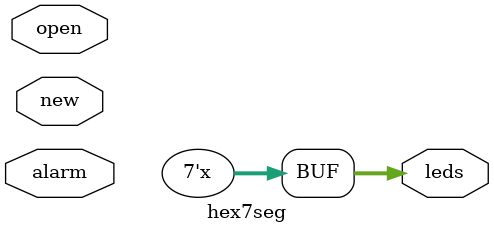
<source format=v>
module combinationlock(CLOCK_50, SW, KEY, HEX5);
   input CLOCK_50;
	input [9:6] SW;
	input [3:0] KEY;
	output [0:6] HEX5;
	
	assign clock = CLOCK_50;
	assign X = SW[9:6];
	assign enter = KEY[0];
	assign change = KEY[1];
	assign resetn = KEY[2];
	
	wire clock, enter, change, resetn;
   wire alarm, new, open;
	wire [3:0] X;
	wire [3:0] combination;
	wire correct;
	wire enter_pulse, change_pulse;
	wire [0:6] leds;

	 
	register storage(X, clock, new, resetn, combination);
	compare test(X, combination, correct);

   inputConditioning condition_enter(clock, enter, enter_pulse);
   inputConditioning condition_change(clock, change, change_pulse);
    
   moorestatemachine combinationlock(correct, clock, enter_pulse, change_pulse, resetn, alarm, new, open);
	 
	hex7seg display(alarm, new, open, leds);
	
	assign HEX5 = leds;

endmodule

//4-Bit Register with Enable
module register(D, clock, enable, resetn, Q);
	input [3:0] D;
	input clock, resetn, enable;
	output reg [3:0] Q;
	always @(posedge clock, negedge resetn)
	if (resetn == 0)
		Q <= 4'b0110;
	else if (enable == 1)
		Q <= D;
endmodule

//Comparator
module compare(A, B, s);
	input [3:0] A, B;
	output reg s;
	
	always @(A, B)
	begin
		if (A == B)
			s = 1;
		else
			s = 0;
	end
endmodule

//Input Conditioning
module inputConditioning(Clock, a, a_pulse);
	input Clock, a;
	output a_pulse;
	reg [2:1] y, Y;
	parameter [2:1] A = 2'b00, B = 2'b01, C = 2'b10;

	always @(a, y)
		case (y)
			A: if (a) 	Y = B;
				else 		Y = A;
			B: if (a) 	Y = C;
				else 		Y = A;
			C: if (a) 	Y = C;
				else 		Y = A;
			default: 	Y = 2'bxx;
	endcase

	always @(posedge Clock)
		y <= Y;
		
	assign a_pulse = (y == B);
	
endmodule


//State Machine
module moorestatemachine(correct, clock, enter, change, resetn, alarm, new, open);

	input clock, resetn, enter, change, correct;
	output alarm, new, open;
	
	reg[2:0] y, Y;
	
	parameter Default = 3'b000, Open = 3'b001, Fail = 3'b010, Alarm = 3'b011, Change = 3'b100;  
	
	always @(y, enter, change, correct)
	begin
		case(y)
			Default:
				if (correct == 1 & enter == 1 & change == 0) Y = Open;
				else if (correct == 1 & enter == 0 & change == 1) Y = Change;
				else if (correct == 0 & enter == 1 & change == 0) Y = Fail;
				else if (correct == 0 & enter == 0 & change == 1) Y = Fail;
				else Y = Default;
			Open:
				if (enter == 1 & change == 0) Y = Default;
				else Y = Open;
			Fail:
				if (correct == 1 & enter == 1 & change == 0) Y = Open;
				else if (correct == 1 & enter == 0 & change == 1) Y = Change;
				else if (correct == 0 & enter == 1 & change == 0) Y = Alarm;
				else if (correct == 0 & enter == 0 & change == 1) Y = Alarm;
				else Y = Fail;
			Alarm: 
				Y = Alarm;
			Change:
				if (enter == 1 | change == 1) Y = Default;
				else Y = Change;
			default: Y = 3'bxxx;
		endcase
	end
	
	always @(posedge clock, negedge resetn)
	begin
		if (resetn == 0)
			y <= Default;
		else 
			y <= Y;
	end

	assign open = (y == Open);
	assign new = (y == Change);
	assign alarm = (y == Alarm);
endmodule

//Display
module hex7seg(alarm, new, open, leds);
	input alarm, new, open;
	reg [1:0] hex;
	output reg [0:6] leds;
	
	always @(alarm, new, open)
	begin
		if (alarm == 1)
			hex <= 2'b01;
		else if (open == 1)
			hex <= 2'b11;
		else if (new == 1)
			hex <= 2'b10;
		else
			hex <= 2'b00;
		
		case(hex)
			0: leds = 7'b1111110; //-
			1: leds = 7'b0001000; //alarm
			2: leds = 7'b1101010; //new
			3: leds = 7'b0000001; //open
		endcase
	end
	
endmodule
</source>
